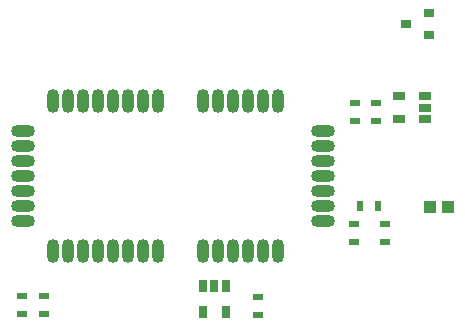
<source format=gtp>
G04 #@! TF.GenerationSoftware,KiCad,Pcbnew,5.0.1-33cea8e~68~ubuntu16.04.1*
G04 #@! TF.CreationDate,2018-11-26T08:07:25+01:00*
G04 #@! TF.ProjectId,wize-shield,77697A652D736869656C642E6B696361,RevA*
G04 #@! TF.SameCoordinates,Original*
G04 #@! TF.FileFunction,Paste,Top*
G04 #@! TF.FilePolarity,Positive*
%FSLAX46Y46*%
G04 Gerber Fmt 4.6, Leading zero omitted, Abs format (unit mm)*
G04 Created by KiCad (PCBNEW 5.0.1-33cea8e~68~ubuntu16.04.1) date Mon 26 Nov 2018 08:07:25 AM CET*
%MOMM*%
%LPD*%
G01*
G04 APERTURE LIST*
%ADD10O,1.016000X2.032000*%
%ADD11O,2.032000X1.016000*%
%ADD12R,0.900000X0.500000*%
%ADD13R,0.500000X0.900000*%
%ADD14R,0.650000X1.060000*%
%ADD15R,1.060000X0.650000*%
%ADD16R,0.900000X0.800000*%
%ADD17R,1.100000X1.100000*%
G04 APERTURE END LIST*
D10*
G04 #@! TO.C,U2*
X122360000Y-105730000D03*
X123630000Y-105730000D03*
X126170000Y-105730000D03*
X124900000Y-105730000D03*
X129980000Y-105730000D03*
X131250000Y-105730000D03*
X128710000Y-105730000D03*
X127440000Y-105730000D03*
X137600000Y-105730000D03*
X138870000Y-105730000D03*
X141410000Y-105730000D03*
X140140000Y-105730000D03*
X135060000Y-105730000D03*
X136330000Y-105730000D03*
X136330000Y-93030000D03*
X135060000Y-93030000D03*
X140140000Y-93030000D03*
X141410000Y-93030000D03*
X138870000Y-93030000D03*
X137600000Y-93030000D03*
X127440000Y-93030000D03*
X128710000Y-93030000D03*
X131250000Y-93030000D03*
X129980000Y-93030000D03*
X124900000Y-93030000D03*
X126170000Y-93030000D03*
X123630000Y-93030000D03*
X122360000Y-93030000D03*
D11*
X145220000Y-99380000D03*
X145220000Y-98110000D03*
X145220000Y-96840000D03*
X145220000Y-95570000D03*
X145220000Y-100650000D03*
X145220000Y-101920000D03*
X145220000Y-103190000D03*
X119820000Y-103190000D03*
X119820000Y-101920000D03*
X119820000Y-100650000D03*
X119820000Y-95570000D03*
X119820000Y-96840000D03*
X119820000Y-98110000D03*
X119820000Y-99380000D03*
G04 #@! TD*
D12*
G04 #@! TO.C,R7*
X147820000Y-104930000D03*
X147820000Y-103430000D03*
G04 #@! TD*
G04 #@! TO.C,R10*
X150420000Y-103430000D03*
X150420000Y-104930000D03*
G04 #@! TD*
D13*
G04 #@! TO.C,R8*
X149870000Y-101880000D03*
X148370000Y-101880000D03*
G04 #@! TD*
D14*
G04 #@! TO.C,U1*
X136970000Y-108680000D03*
X136020000Y-108680000D03*
X135070000Y-108680000D03*
X135070000Y-110880000D03*
X136970000Y-110880000D03*
G04 #@! TD*
D15*
G04 #@! TO.C,U4*
X153830000Y-94520000D03*
X153830000Y-93570000D03*
X153830000Y-92620000D03*
X151630000Y-92620000D03*
X151630000Y-94520000D03*
G04 #@! TD*
D16*
G04 #@! TO.C,U3*
X152220000Y-86480000D03*
X154220000Y-87430000D03*
X154220000Y-85530000D03*
G04 #@! TD*
D12*
G04 #@! TO.C,R6*
X121620000Y-111030000D03*
X121620000Y-109530000D03*
G04 #@! TD*
G04 #@! TO.C,L1*
X147890000Y-93210000D03*
X147890000Y-94710000D03*
G04 #@! TD*
G04 #@! TO.C,R1*
X139720000Y-111130000D03*
X139720000Y-109630000D03*
G04 #@! TD*
G04 #@! TO.C,R4*
X149700000Y-93210000D03*
X149700000Y-94710000D03*
G04 #@! TD*
G04 #@! TO.C,R5*
X119720000Y-111030000D03*
X119720000Y-109530000D03*
G04 #@! TD*
D17*
G04 #@! TO.C,R9*
X155790000Y-101950000D03*
X154290000Y-101950000D03*
G04 #@! TD*
M02*

</source>
